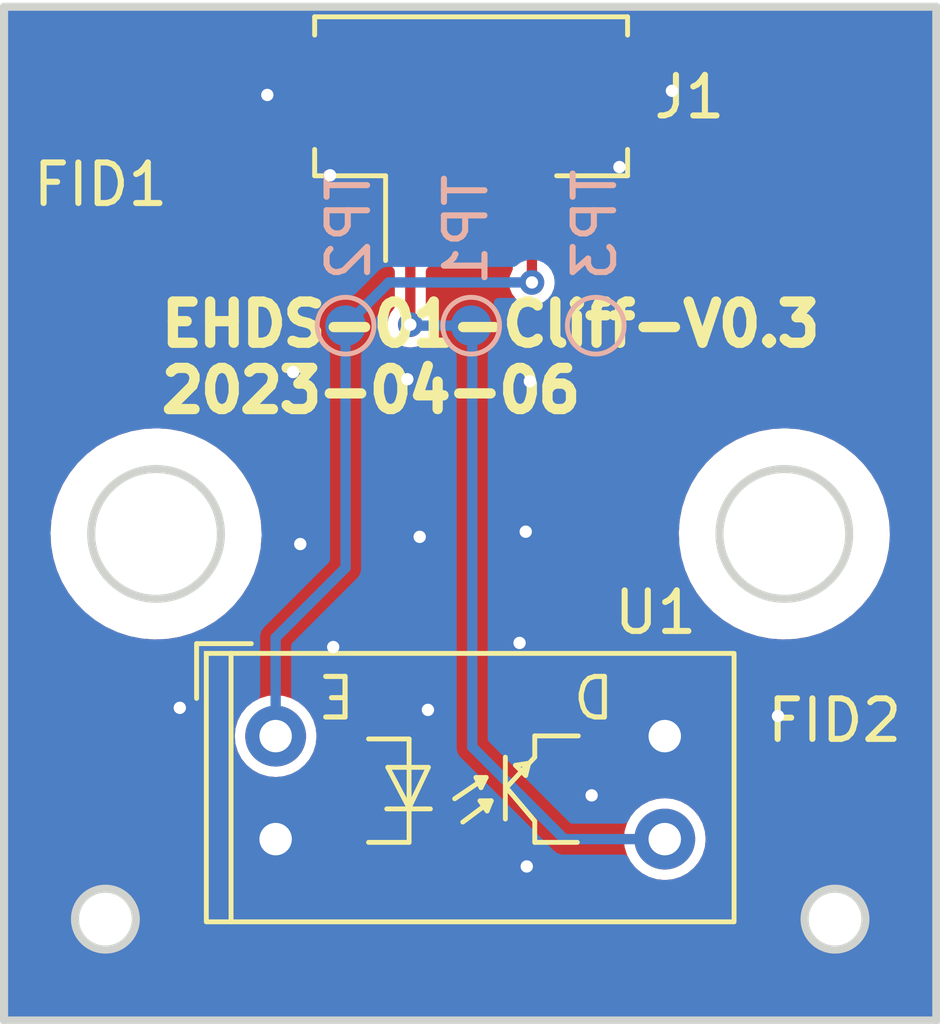
<source format=kicad_pcb>
(kicad_pcb (version 20221018) (generator pcbnew)
  (title_block (title "EHDS-01-Cliff") (date "2023-04-06") (rev "V0.3") (company "Ovobot") (comment 1 "EHDS-01 Cliff副板，V0.3.1，23x25x1.6mm ，FR4，2层，绿油白字，无铅喷锡"))
  (layers (0 "F.Cu" signal) (31 "B.Cu" signal) (34 "B.Paste" user) (35 "F.Paste" user) (36 "B.SilkS" user "B.Silkscreen") (37 "F.SilkS" user "F.Silkscreen") (38 "B.Mask" user) (39 "F.Mask" user) (44 "Edge.Cuts" user))
  (net 0 "")
  (net 1 "/EDGE_DET_LT")
  (net 2 "GND")
  (net 3 "Net-(J1-Pin_3)")
  (footprint "Ovo_Sensor_Proximity:EverLight_ITR9707_12.8x6.4mm_P2.54mm" (layer "F.Cu") (at 147.1944 109.8921)
    (fp_text reference "U1" (at 4.572 -4.318 unlocked) (layer "F.SilkS"))
    (fp_text value "ITR9707")
    (fp_text user "D" (at 3.048 -2.286 180 unlocked) (layer "F.SilkS") (effects (font (thickness 0.127))))
    (fp_text user "E" (at -3.302 -2.286 180 unlocked) (layer "F.SilkS") (effects (font (thickness 0.127))))
    (fp_line (start -6.75 -3.55) (end -6.75 -2.2) (stroke (width 0.12)) (layer "F.SilkS"))
    (fp_line (start -6.75 -3.55) (end -5.4 -3.55) (stroke (width 0.12)) (layer "F.SilkS"))
    (fp_line (start -5.9 -3.31) (end -5.9 3.31) (stroke (width 0.12)) (layer "F.SilkS"))
    (fp_line (start -2.5075 1.35) (end -1.5075 1.35) (stroke (width 0.12)) (layer "F.SilkS"))
    (fp_line (start -2.0575 0.525) (end -0.9825 0.525) (stroke (width 0.12)) (layer "F.SilkS"))
    (fp_line (start -2.0325 -0.5) (end -1.0325 -0.5) (stroke (width 0.12)) (layer "F.SilkS"))
    (fp_line (start -1.5075 -1.2) (end -2.5075 -1.2) (stroke (width 0.12)) (layer "F.SilkS"))
    (fp_line (start -1.5075 0.5) (end -2.0325 -0.5) (stroke (width 0.12)) (layer "F.SilkS"))
    (fp_line (start -1.5075 1.35) (end -1.5075 -1.2) (stroke (width 0.12)) (layer "F.SilkS"))
    (fp_line (start -1.0325 -0.5) (end -1.5075 0.5) (stroke (width 0.12)) (layer "F.SilkS"))
    (fp_line (start -0.3825 0.275) (end 0.3925 -0.25) (stroke (width 0.12)) (layer "F.SilkS"))
    (fp_line (start -0.1825 0.85) (end 0.5175 0.325) (stroke (width 0.12)) (layer "F.SilkS"))
    (fp_line (start 0.1425 -0.25) (end 0.2675 0) (stroke (width 0.12)) (layer "F.SilkS"))
    (fp_line (start 0.2425 0.325) (end 0.4175 0.575) (stroke (width 0.12)) (layer "F.SilkS"))
    (fp_line (start 0.2675 0) (end 0.3925 -0.25) (stroke (width 0.12)) (layer "F.SilkS"))
    (fp_line (start 0.3925 -0.25) (end 0.1425 -0.25) (stroke (width 0.12)) (layer "F.SilkS"))
    (fp_line (start 0.4175 0.575) (end 0.5175 0.325) (stroke (width 0.12)) (layer "F.SilkS"))
    (fp_line (start 0.5175 0.325) (end 0.2425 0.325) (stroke (width 0.12)) (layer "F.SilkS"))
    (fp_line (start 0.8675 -0.75) (end 0.8675 0.775) (stroke (width 0.12)) (layer "F.SilkS"))
    (fp_line (start 0.8925 0) (end 1.5925 -0.75) (stroke (width 0.12)) (layer "F.SilkS"))
    (fp_line (start 1.1175 -0.55) (end 1.3675 -0.3) (stroke (width 0.12)) (layer "F.SilkS"))
    (fp_line (start 1.3675 -0.3) (end 1.4425 -0.6) (stroke (width 0.12)) (layer "F.SilkS"))
    (fp_line (start 1.4425 -0.6) (end 1.1175 -0.55) (stroke (width 0.12)) (layer "F.SilkS"))
    (fp_line (start 1.5925 -1.275) (end 2.6675 -1.275) (stroke (width 0.12)) (layer "F.SilkS"))
    (fp_line (start 1.5925 -0.75) (end 1.5925 -1.275) (stroke (width 0.12)) (layer "F.SilkS"))
    (fp_line (start 1.5925 0.825) (end 0.8925 0) (stroke (width 0.12)) (layer "F.SilkS"))
    (fp_line (start 1.5925 1.35) (end 1.5925 0.825) (stroke (width 0.12)) (layer "F.SilkS"))
    (fp_line (start 2.6425 1.35) (end 1.5925 1.35) (stroke (width 0.12)) (layer "F.SilkS"))
    (fp_rect (start -6.51 -3.31) (end 6.51 3.31) (stroke (width 0.12)) (fill none) (layer "F.SilkS"))
    (pad "1" thru_hole circle (at -4.8 -1.27) (size 1.5 1.5) (drill 0.8) (layers "*.Cu" "*.Mask") (net 3 "Net-(J1-Pin_3)"))
    (pad "2" thru_hole circle (at -4.8 1.27) (size 1.5 1.5) (drill 0.8) (layers "*.Cu" "*.Mask") (net 2 "GND"))
    (pad "3" thru_hole circle (at 4.8 1.27) (size 1.5 1.5) (drill 0.8) (layers "*.Cu" "*.Mask") (net 1 "/EDGE_DET_LT"))
    (pad "4" thru_hole circle (at 4.8 -1.27) (size 1.5 1.5) (drill 0.8) (layers "*.Cu" "*.Mask") (net 2 "GND"))
  )
  (footprint "Fiducial:Fiducial_1mm_Mask2mm" (layer "F.Cu") (at 137.9982 92.6846)
    (fp_text reference "FID1" (at 0.0762 2.3368) (layer "F.SilkS"))
    (fp_text value "Fiducial")
    (pad "" smd circle (at 0 0) (size 1 1) (layers "F.Cu" "F.Mask") (clearance 0.5))
  )
  (footprint "Fiducial:Fiducial_1mm_Mask2mm" (layer "F.Cu") (at 156.1846 110.236)
    (fp_text reference "FID2" (at 0 -2) (layer "F.SilkS"))
    (fp_text value "Fiducial")
    (pad "" smd circle (at 0 0) (size 1 1) (layers "F.Cu" "F.Mask") (clearance 0.5))
  )
  (footprint "Ovo_Connector_JST:JST_ZH_B3B-ZR-SM4-TF_1x03-1MP_P1.50mm_Vertical" (layer "F.Cu") (at 147.217 94.2452)
    (fp_text reference "J1" (at 5.3862 -1.3828) (layer "F.SilkS"))
    (fp_text value "ZH1.5MM/3ASMT")
    (fp_line (start -3.86 -3.36) (end 3.86 -3.36) (stroke (width 0.12)) (layer "F.SilkS"))
    (fp_line (start -3.86 -2.91) (end -3.86 -3.36) (stroke (width 0.12)) (layer "F.SilkS"))
    (fp_line (start -3.86 -0.09) (end -3.86 0.56) (stroke (width 0.12)) (layer "F.SilkS"))
    (fp_line (start -3.86 0.56) (end -2.11 0.56) (stroke (width 0.12)) (layer "F.SilkS"))
    (fp_line (start -2.11 0.56) (end -2.11 2.65) (stroke (width 0.12)) (layer "F.SilkS"))
    (fp_line (start 3.86 -3.36) (end 3.86 -2.91) (stroke (width 0.12)) (layer "F.SilkS"))
    (fp_line (start 3.86 -0.09) (end 3.86 0.56) (stroke (width 0.12)) (layer "F.SilkS"))
    (fp_line (start 3.86 0.56) (end 2.11 0.56) (stroke (width 0.12)) (layer "F.SilkS"))
    (pad "1" smd roundrect (at -1.5 0.7) (size 0.7 3.9) (layers "F.Cu" "F.Paste" "F.Mask") (net 1 "/EDGE_DET_LT"))
    (pad "2" smd roundrect (at 0 0.7) (size 0.7 3.9) (layers "F.Cu" "F.Paste" "F.Mask") (net 2 "GND"))
    (pad "3" smd roundrect (at 1.5 0.7) (size 0.7 3.9) (layers "F.Cu" "F.Paste" "F.Mask") (net 3 "Net-(J1-Pin_3)"))
    (pad "MP" smd roundrect (at -3.55 -1.5) (size 1.5 2.3) (layers "F.Cu" "F.Paste" "F.Mask") (roundrect_rratio 0.1666673333) (net 2 "GND"))
    (pad "MP" smd roundrect (at 3.55 -1.5) (size 1.5 2.3) (layers "F.Cu" "F.Paste" "F.Mask") (roundrect_rratio 0.1666673333) (net 2 "GND"))
  )
  (footprint "TestPoint:TestPoint_Pad_D1.0mm" (layer "B.Cu") (at 150.2918 98.5012 180)
    (fp_text reference "TP3" (at 0.0254 2.4892 90) (layer "B.SilkS") (effects (justify mirror)))
    (fp_text value "GND")
    (fp_circle (center 0 0) (end 0 -0.7) (stroke (width 0.12)) (fill none) (layer "B.SilkS"))
    (pad "1" smd circle (at 0 0 180) (size 1 1) (layers "B.Cu" "B.Mask") (net 2 "GND"))
  )
  (footprint "TestPoint:TestPoint_Pad_D1.0mm" (layer "B.Cu") (at 147.2184 98.5012 180)
    (fp_text reference "TP1" (at 0.127 2.3622 90) (layer "B.SilkS") (effects (justify mirror)))
    (fp_text value "EDGE_DET_LT")
    (fp_circle (center 0 0) (end 0 -0.7) (stroke (width 0.12)) (fill none) (layer "B.SilkS"))
    (pad "1" smd circle (at 0 0 180) (size 1 1) (layers "B.Cu" "B.Mask") (net 1 "/EDGE_DET_LT"))
  )
  (footprint "TestPoint:TestPoint_Pad_D1.0mm" (layer "B.Cu") (at 144.1196 98.5012 180)
    (fp_text reference "TP2" (at -0.0762 2.4892 270) (layer "B.SilkS") (effects (justify mirror)))
    (fp_text value "EDGE_DET_OUT")
    (fp_circle (center 0 0) (end 0 -0.7) (stroke (width 0.12)) (fill none) (layer "B.SilkS"))
    (pad "1" smd circle (at 0 0 180) (size 1 1) (layers "B.Cu" "B.Mask") (net 3 "Net-(J1-Pin_3)"))
  )
  (gr_line (start 158.6944 90.6357) (end 135.6944 90.6357) (stroke (width 0.2)) (layer "Edge.Cuts"))
  (gr_circle (center 139.4444 103.6357) (end 141.0444 103.6357) (stroke (width 0.2)) (fill none) (layer "Edge.Cuts"))
  (gr_circle (center 138.1944 113.1357) (end 138.9444 113.1357) (stroke (width 0.2)) (fill none) (layer "Edge.Cuts"))
  (gr_circle (center 154.9444 103.6357) (end 156.5444 103.6357) (stroke (width 0.2)) (fill none) (layer "Edge.Cuts"))
  (gr_line (start 135.6944 90.6357) (end 135.6944 115.6357) (stroke (width 0.2)) (layer "Edge.Cuts"))
  (gr_line (start 158.6944 115.6357) (end 158.6944 90.6357) (stroke (width 0.2)) (layer "Edge.Cuts"))
  (gr_circle (center 156.1944 113.1357) (end 156.9444 113.1357) (stroke (width 0.2)) (fill none) (layer "Edge.Cuts"))
  (gr_line (start 135.6944 115.6357) (end 158.6944 115.6357) (stroke (width 0.2)) (layer "Edge.Cuts"))
  (gr_text "EHDS-01-Cliff-V0.3\n2023-04-06\n" (at 139.451 99.283) (layer "F.SilkS") (effects (font (size 1.016 1.016) (thickness 0.254)) (justify left)))
  (segment (start 145.717 98.4758) (end 145.717 94.9452) (width 0.254) (layer "F.Cu") (net 1))
  (via (at 145.717 98.4758) (size 0.6096) (drill 0.3048) (layers "F.Cu" "B.Cu") (net 1))
  (segment (start 145.7424 98.5012) (end 147.2184 98.5012) (width 0.254) (layer "B.Cu") (net 1))
  (segment (start 147.2438 108.8898) (end 147.2438 98.5266) (width 0.254) (layer "B.Cu") (net 1))
  (segment (start 151.9944 111.1621) (end 149.5161 111.1621) (width 0.254) (layer "B.Cu") (net 1))
  (segment (start 149.5161 111.1621) (end 147.2438 108.8898) (width 0.254) (layer "B.Cu") (net 1))
  (segment (start 145.717 98.4758) (end 145.7424 98.5012) (width 0.254) (layer "B.Cu") (net 1))
  (segment (start 147.2438 98.5266) (end 147.2184 98.5012) (width 0.254) (layer "B.Cu") (net 1))
  (via (at 150.1902 110.0836) (size 0.6096) (drill 0.3048) (layers "F.Cu" "B.Cu") (net 2))
  (via (at 142.8242 99.6442) (size 0.6096) (drill 0.3048) (layers "F.Cu" "B.Cu") (net 2))
  (via (at 148.5646 103.5812) (size 0.6096) (drill 0.3048) (layers "F.Cu" "B.Cu") (net 2))
  (via (at 145.6436 99.822) (size 0.6096) (drill 0.3048) (layers "F.Cu" "B.Cu") (net 2))
  (via (at 150.876 94.5896) (size 0.6096) (drill 0.3048) (layers "F.Cu" "B.Cu") (net 2))
  (via (at 143.7386 94.7928) (size 0.6096) (drill 0.3048) (layers "F.Cu" "B.Cu") (net 2))
  (via (at 143.002 103.886) (size 0.6096) (drill 0.3048) (layers "F.Cu" "B.Cu") (net 2))
  (via (at 142.1892 92.8116) (size 0.6096) (drill 0.3048) (layers "F.Cu" "B.Cu") (net 2))
  (via (at 152.1714 92.71) (size 0.6096) (drill 0.3048) (layers "F.Cu" "B.Cu") (net 2))
  (via (at 143.8148 106.426) (size 0.6096) (drill 0.3048) (layers "F.Cu" "B.Cu") (net 2))
  (via (at 154.7876 108.1278) (size 0.6096) (drill 0.3048) (layers "F.Cu" "B.Cu") (net 2))
  (via (at 148.4122 106.3244) (size 0.6096) (drill 0.3048) (layers "F.Cu" "B.Cu") (net 2))
  (via (at 148.6662 99.8728) (size 0.6096) (drill 0.3048) (layers "F.Cu" "B.Cu") (net 2))
  (via (at 148.59 111.8362) (size 0.6096) (drill 0.3048) (layers "F.Cu" "B.Cu") (net 2))
  (via (at 146.1516 107.9754) (size 0.6096) (drill 0.3048) (layers "F.Cu" "B.Cu") (net 2))
  (via (at 140.0302 107.9246) (size 0.6096) (drill 0.3048) (layers "F.Cu" "B.Cu") (net 2))
  (via (at 145.9484 103.7082) (size 0.6096) (drill 0.3048) (layers "F.Cu" "B.Cu") (net 2))
  (segment (start 148.717 97.4344) (end 148.717 94.9452) (width 0.254) (layer "F.Cu") (net 3))
  (via (at 148.717 97.4344) (size 0.6096) (drill 0.3048) (layers "F.Cu" "B.Cu") (net 3))
  (segment (start 145.1864 97.4344) (end 148.717 97.4344) (width 0.254) (layer "B.Cu") (net 3))
  (segment (start 142.3944 108.6221) (end 142.3944 106.1954) (width 0.254) (layer "B.Cu") (net 3))
  (segment (start 142.3944 106.1954) (end 144.1196 104.4702) (width 0.254) (layer "B.Cu") (net 3))
  (segment (start 144.1196 98.5012) (end 145.1864 97.4344) (width 0.254) (layer "B.Cu") (net 3))
  (segment (start 144.1196 104.4702) (end 144.1196 98.5012) (width 0.254) (layer "B.Cu") (net 3))
  (zone (net 2) (net_name "GND") (layers "F&B.Cu") (connect_pads yes (clearance 0.254)) (min_thickness 0.25) (fill yes (thermal_gap 0.5) (thermal_bridge_width 0.5))
    (polygon (pts (xy 135.6868 90.6272) (xy 158.6992 90.6272) (xy 158.6992 115.6462) (xy 135.6868 115.6462)))
  )
  (zone (net 0) (net_name "") (layers "F&B.Cu") (connect_pads (clearance 0)) (min_thickness 0.254)
    (keepout (tracks not_allowed) (vias not_allowed) (pads not_allowed) (copperpour not_allowed) (footprints not_allowed))
    (fill (thermal_gap 0.508) (thermal_bridge_width 0.508))
    (polygon (pts (xy 157.549152 103.6357) (xy 157.530287 103.322773) (xy 157.473964 103.014379) (xy 157.381 102.714986) (xy 157.252741 102.428929) (xy 157.091044 102.160352) (xy 156.898253 101.913147) (xy 156.67716 101.690893) (xy 156.430967 101.49681) (xy 156.163241 101.33371) (xy 155.87786 101.203955) (xy 155.578957 101.109424) (xy 155.270862 101.051487) (xy 154.958038 101.030984) (xy 154.645017 101.04821) (xy 154.336333 101.102918) (xy 154.036456 101.194313) (xy 153.749732 101.321072) (xy 153.480312 101.48136) (xy 153.232101 101.672854) (xy 153.008692 101.892781) (xy 152.813323 102.137954) (xy 152.648823 102.404822) (xy 152.517575 102.689521) (xy 152.421481 102.987925) (xy 152.361932 103.295712) (xy 152.339791 103.608424) (xy 152.355378 103.921531) (xy 152.408468 104.230497) (xy 152.498292 104.530848) (xy 152.623549 104.818233) (xy 152.782424 105.088488) (xy 152.972616 105.337699) (xy 153.191369 105.562256) (xy 153.435516 105.758906) (xy 153.70152 105.924801) (xy 153.985527 106.057537) (xy 154.283423 106.155193) (xy 154.590895 106.216352) (xy 154.903486 106.240131) (xy 155.216671 106.226183) (xy 155.525911 106.174711) (xy 155.826728 106.086461) (xy 156.114765 105.962711) (xy 156.385848 105.805253) (xy 156.636051 105.616369) (xy 156.86175 105.398794) (xy 157.059676 105.15568) (xy 157.226962 104.890549) (xy 157.361183 104.607241) (xy 157.460397 104.309859) (xy 157.523166 104.002713) (xy 157.548581 103.69025)))
  )
  (zone (net 0) (net_name "") (layers "F&B.Cu") (connect_pads (clearance 0)) (min_thickness 0.254)
    (keepout (tracks not_allowed) (vias not_allowed) (pads not_allowed) (copperpour not_allowed) (footprints not_allowed))
    (fill (thermal_gap 0.508) (thermal_bridge_width 0.508))
    (polygon (pts (xy 142.049152 103.6357) (xy 142.030287 103.322773) (xy 141.973964 103.014379) (xy 141.881 102.714986) (xy 141.752741 102.428929) (xy 141.591044 102.160352) (xy 141.398253 101.913147) (xy 141.17716 101.690893) (xy 140.930967 101.49681) (xy 140.663241 101.33371) (xy 140.37786 101.203955) (xy 140.078957 101.109424) (xy 139.770862 101.051487) (xy 139.458038 101.030984) (xy 139.145017 101.04821) (xy 138.836333 101.102918) (xy 138.536456 101.194313) (xy 138.249732 101.321072) (xy 137.980312 101.48136) (xy 137.732101 101.672854) (xy 137.508692 101.892781) (xy 137.313323 102.137954) (xy 137.148823 102.404822) (xy 137.017575 102.689521) (xy 136.921481 102.987925) (xy 136.861932 103.295712) (xy 136.839791 103.608424) (xy 136.855378 103.921531) (xy 136.908468 104.230497) (xy 136.998292 104.530848) (xy 137.123549 104.818233) (xy 137.282424 105.088488) (xy 137.472616 105.337699) (xy 137.691369 105.562256) (xy 137.935516 105.758906) (xy 138.20152 105.924801) (xy 138.485527 106.057537) (xy 138.783423 106.155193) (xy 139.090895 106.216352) (xy 139.403486 106.240131) (xy 139.716671 106.226183) (xy 140.025911 106.174711) (xy 140.326728 106.086461) (xy 140.614765 105.962711) (xy 140.885848 105.805253) (xy 141.136051 105.616369) (xy 141.36175 105.398794) (xy 141.559676 105.15568) (xy 141.726962 104.890549) (xy 141.861183 104.607241) (xy 141.960397 104.309859) (xy 142.023166 104.002713) (xy 142.048581 103.69025)))
  )
)
</source>
